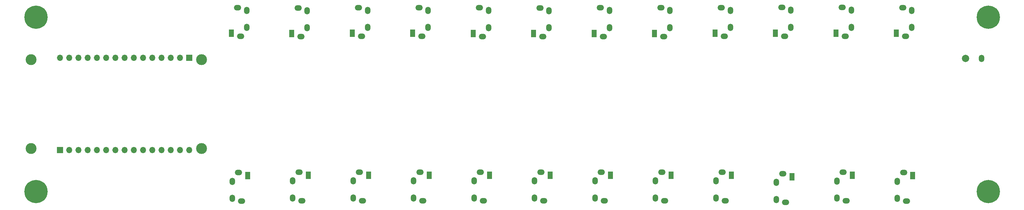
<source format=gbr>
%TF.GenerationSoftware,KiCad,Pcbnew,(7.0.0)*%
%TF.CreationDate,2023-05-02T23:46:26+03:00*%
%TF.ProjectId,24_channel_esp32_energy_meter,32345f63-6861-46e6-9e65-6c5f65737033,rev?*%
%TF.SameCoordinates,PX5ff2fd0PYa4fc540*%
%TF.FileFunction,Soldermask,Bot*%
%TF.FilePolarity,Negative*%
%FSLAX46Y46*%
G04 Gerber Fmt 4.6, Leading zero omitted, Abs format (unit mm)*
G04 Created by KiCad (PCBNEW (7.0.0)) date 2023-05-02 23:46:26*
%MOMM*%
%LPD*%
G01*
G04 APERTURE LIST*
%ADD10C,3.000000*%
%ADD11R,1.700000X1.700000*%
%ADD12O,1.700000X1.700000*%
%ADD13C,0.800000*%
%ADD14C,6.400000*%
%ADD15O,2.000000X1.500000*%
%ADD16R,1.400000X2.000000*%
%ADD17O,1.500000X2.000000*%
%ADD18C,2.000000*%
G04 APERTURE END LIST*
D10*
%TO.C,U1*%
X2625000Y15820000D03*
X49575000Y15820000D03*
X2625000Y40330000D03*
X49575000Y40330000D03*
%TD*%
D11*
%TO.C,J3*%
X46144999Y40799999D03*
D12*
X43604999Y40799999D03*
X41064999Y40799999D03*
X38524999Y40799999D03*
X35984999Y40799999D03*
X33444999Y40799999D03*
X30904999Y40799999D03*
X28364999Y40799999D03*
X25824999Y40799999D03*
X23284999Y40799999D03*
X20744999Y40799999D03*
X18204999Y40799999D03*
X15664999Y40799999D03*
X13124999Y40799999D03*
X10584999Y40799999D03*
%TD*%
D11*
%TO.C,J2*%
X10584999Y15399999D03*
D12*
X13124999Y15399999D03*
X15664999Y15399999D03*
X18204999Y15399999D03*
X20744999Y15399999D03*
X23284999Y15399999D03*
X25824999Y15399999D03*
X28364999Y15399999D03*
X30904999Y15399999D03*
X33444999Y15399999D03*
X35984999Y15399999D03*
X38524999Y15399999D03*
X41064999Y15399999D03*
X43604999Y15399999D03*
X46144999Y15399999D03*
%TD*%
D13*
%TO.C,H2*%
X1600000Y52025000D03*
X2302944Y53722056D03*
X2302944Y50327944D03*
X4000000Y54425000D03*
D14*
X4000000Y52025000D03*
D13*
X4000000Y49625000D03*
X5697056Y53722056D03*
X5697056Y50327944D03*
X6400000Y52025000D03*
%TD*%
D15*
%TO.C,CT2-3*%
X176186639Y9374998D03*
D16*
X178706639Y8525106D03*
D17*
X174466640Y2225000D03*
D15*
X176986640Y1474999D03*
D17*
X174466640Y6924998D03*
%TD*%
D15*
%TO.C,CT2-2*%
X126277550Y9374998D03*
D16*
X128797550Y8525106D03*
D17*
X124557551Y2225000D03*
D15*
X127077551Y1474999D03*
D17*
X124557551Y6924998D03*
%TD*%
D15*
%TO.C,CT3-7*%
X193358804Y46750000D03*
D16*
X190838804Y47599892D03*
D17*
X195078803Y53899998D03*
D15*
X192558803Y54649999D03*
D17*
X195078803Y49200000D03*
%TD*%
D15*
%TO.C,CT1-1*%
X59732098Y9249998D03*
D16*
X62252098Y8400106D03*
D17*
X58012099Y2100000D03*
D15*
X60532099Y1349999D03*
D17*
X58012099Y6799998D03*
%TD*%
D15*
%TO.C,CT3-4*%
X242732098Y9249998D03*
D16*
X245252098Y8400106D03*
D17*
X241012099Y2100000D03*
D15*
X243532099Y1349999D03*
D17*
X241012099Y6799998D03*
%TD*%
D15*
%TO.C,CT2-4*%
X226095728Y9349998D03*
D16*
X228615728Y8500106D03*
D17*
X224375729Y2200000D03*
D15*
X226895729Y1449999D03*
D17*
X224375729Y6899998D03*
%TD*%
D15*
%TO.C,CT1-7*%
X160086078Y46700000D03*
D16*
X157566078Y47549892D03*
D17*
X161806077Y53849998D03*
D15*
X159286077Y54599999D03*
D17*
X161806077Y49150000D03*
%TD*%
D15*
%TO.C,CT1-4*%
X209459365Y8949998D03*
D16*
X211979365Y8100106D03*
D17*
X207739366Y1800000D03*
D15*
X210259366Y1049999D03*
D17*
X207739366Y6499998D03*
%TD*%
D15*
%TO.C,CT3-1*%
X93004824Y9374998D03*
D16*
X95524824Y8525106D03*
D17*
X91284825Y2225000D03*
D15*
X93804825Y1474999D03*
D17*
X91284825Y6924998D03*
%TD*%
D13*
%TO.C,H1*%
X1600000Y4025000D03*
X2302944Y5722056D03*
X2302944Y2327944D03*
X4000000Y6425000D03*
D14*
X4000000Y4025000D03*
D13*
X4000000Y1625000D03*
X5697056Y5722056D03*
X5697056Y2327944D03*
X6400000Y4025000D03*
%TD*%
D15*
%TO.C,CT2-7*%
X176722441Y46700000D03*
D16*
X174202441Y47549892D03*
D17*
X178442440Y53849998D03*
D15*
X175922440Y54599999D03*
D17*
X178442440Y49150000D03*
%TD*%
D15*
%TO.C,CT1-6*%
X110176989Y46750000D03*
D16*
X107656989Y47599892D03*
D17*
X111896988Y53899998D03*
D15*
X109376988Y54649999D03*
D17*
X111896988Y49200000D03*
%TD*%
D15*
%TO.C,CT1-5*%
X60267900Y46750000D03*
D16*
X57747900Y47599892D03*
D17*
X61987899Y53899998D03*
D15*
X59467899Y54649999D03*
D17*
X61987899Y49200000D03*
%TD*%
D13*
%TO.C,H3*%
X263600000Y4000000D03*
X264302944Y5697056D03*
X264302944Y2302944D03*
X266000000Y6400000D03*
D14*
X266000000Y4000000D03*
D13*
X266000000Y1600000D03*
X267697056Y5697056D03*
X267697056Y2302944D03*
X268400000Y4000000D03*
%TD*%
D15*
%TO.C,CT3-5*%
X93540626Y46750000D03*
D16*
X91020626Y47599892D03*
D17*
X95260625Y53899998D03*
D15*
X92740625Y54649999D03*
D17*
X95260625Y49200000D03*
%TD*%
D15*
%TO.C,CT3-2*%
X142913913Y9374998D03*
D16*
X145433913Y8525106D03*
D17*
X141193914Y2225000D03*
D15*
X143713914Y1474999D03*
D17*
X141193914Y6924998D03*
%TD*%
D13*
%TO.C,H4*%
X263600000Y52000000D03*
X264302944Y53697056D03*
X264302944Y50302944D03*
X266000000Y54400000D03*
D14*
X266000000Y52000000D03*
D13*
X266000000Y49600000D03*
X267697056Y53697056D03*
X267697056Y50302944D03*
X268400000Y52000000D03*
%TD*%
D17*
%TO.C,J1*%
X264174999Y40699999D03*
D18*
X259775000Y40700000D03*
%TD*%
D15*
%TO.C,CT2-6*%
X126813352Y46700000D03*
D16*
X124293352Y47549892D03*
D17*
X128533351Y53849998D03*
D15*
X126013351Y54599999D03*
D17*
X128533351Y49150000D03*
%TD*%
D15*
%TO.C,CT3-6*%
X143449715Y46650000D03*
D16*
X140929715Y47499892D03*
D17*
X145169714Y53799998D03*
D15*
X142649714Y54549999D03*
D17*
X145169714Y49100000D03*
%TD*%
D15*
%TO.C,CT2-5*%
X76904263Y46650000D03*
D16*
X74384263Y47499892D03*
D17*
X78624262Y53799998D03*
D15*
X76104262Y54549999D03*
D17*
X78624262Y49100000D03*
%TD*%
D15*
%TO.C,CT1-2*%
X109641187Y9374998D03*
D16*
X112161187Y8525106D03*
D17*
X107921188Y2225000D03*
D15*
X110441188Y1474999D03*
D17*
X107921188Y6924998D03*
%TD*%
D15*
%TO.C,CT1-3*%
X159550276Y9374998D03*
D16*
X162070276Y8525106D03*
D17*
X157830277Y2225000D03*
D15*
X160350277Y1474999D03*
D17*
X157830277Y6924998D03*
%TD*%
D15*
%TO.C,CT3-8*%
X243267900Y46750000D03*
D16*
X240747900Y47599892D03*
D17*
X244987899Y53899998D03*
D15*
X242467899Y54649999D03*
D17*
X244987899Y49200000D03*
%TD*%
D15*
%TO.C,CT3-3*%
X192823002Y9374998D03*
D16*
X195343002Y8525106D03*
D17*
X191103003Y2225000D03*
D15*
X193623003Y1474999D03*
D17*
X191103003Y6924998D03*
%TD*%
D15*
%TO.C,CT1-8*%
X209995167Y46775000D03*
D16*
X207475167Y47624892D03*
D17*
X211715166Y53924998D03*
D15*
X209195166Y54674999D03*
D17*
X211715166Y49225000D03*
%TD*%
D15*
%TO.C,CT2-1*%
X76368461Y9374998D03*
D16*
X78888461Y8525106D03*
D17*
X74648462Y2225000D03*
D15*
X77168462Y1474999D03*
D17*
X74648462Y6924998D03*
%TD*%
D15*
%TO.C,CT2-8*%
X226631530Y46775000D03*
D16*
X224111530Y47624892D03*
D17*
X228351529Y53924998D03*
D15*
X225831529Y54674999D03*
D17*
X228351529Y49225000D03*
%TD*%
M02*

</source>
